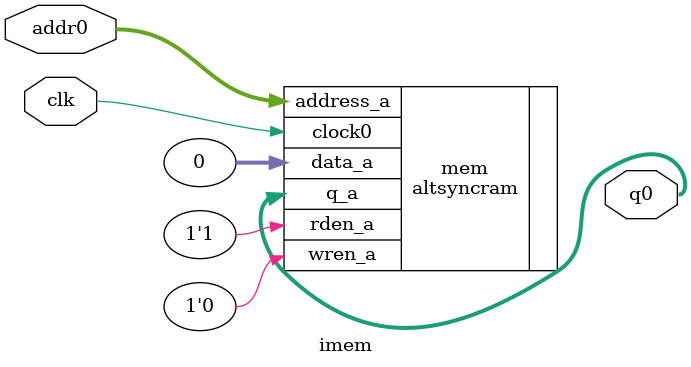
<source format=sv>
module imem #(parameter N = 32)(
    input  logic [5:0] addr0,          // 6 bits = 64 direcciones
    input  logic       clk,
    output logic [N-1:0] q0
);

    altsyncram #(
        .operation_mode                ("SINGLE_PORT"),
        .width_a                       (32),
        .widthad_a                     (6),                // 2^6 = 64
        .numwords_a                    (64),
        .outdata_reg_a                 ("UNREGISTERED"),
        .init_file                     ("imem_init.mif"),
        .intended_device_family        ("Cyclone IV E"),
        .ram_block_type                ("M9K"),            // 🚀 forzar Block RAM
        .read_during_write_mode_port_a ("NEW_DATA_WITH_NBE_READ")
    ) mem (
        .clock0   (clk),
        .address_a(addr0),
        .rden_a   (1'b1),
        .wren_a   (1'b0),
        .data_a   (32'b0),
        .q_a      (q0)
    );

endmodule

</source>
